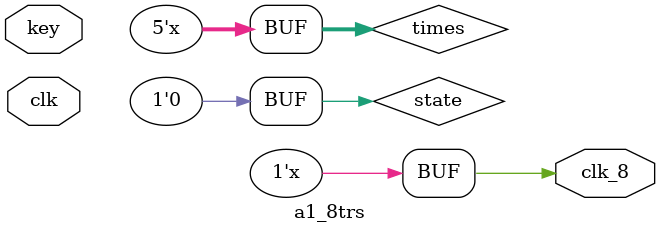
<source format=v>


module a1_8trs(
		input	key,
		input	clk,
		output reg clk_8
);


reg	[4:0]times;
reg state;
parameter 	IDEL 	= 3'd0;
parameter	clk_out = 3'd1;
			
	
	
initial state = IDEL;
initial	times	= 1'b0;	

always@(clk)
	begin
		case(state)
		IDEL:begin	
				if(key == 1)begin	
				state = clk_out;
				clk_8 = 1'b0;
				end	
				else  
				begin
					clk_8 = 1'b0;
					state = IDEL;
				end
			end
		clk_out:begin	
					times = times + 1'b1;
					if(times <= 5'd16)
						begin
							state = clk_out;
							clk_8 = clk;
						end
					else
						begin
							clk_8 <= 1'b0;
							state = IDEL;
							times	= 1'b0;
						end
					
				end
		default:	state = IDEL;
		endcase
	end
	
endmodule

	
	
</source>
